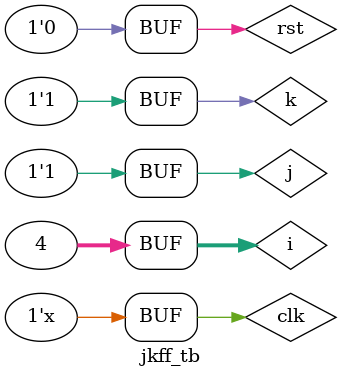
<source format=v>
module jkff(j,k,clk,rst,q,q_bar);
  input j,k,rst,clk;
  output reg q,q_bar;
  always @(posedge clk,posedge rst)
  begin
    if(rst)
      begin q=0;q_bar=1; end
    else
      begin
        case({j,k})
          2'b00: begin q=q;q_bar=q_bar; end
          2'b01: begin q=0;q_bar=1; end
          2'b10: begin q=1;q_bar=0; end
          2'b11: begin q=q_bar;q_bar=~q; end
        endcase
      end
  end
endmodule

module jkff_tb;
  reg j,k,clk,rst;
  wire q,q_bar;
  integer i;
  jkff JK(j,k,clk,rst,q,q_bar);
  
  always
  #5 clk=~clk;
  
  initial
  begin
    j=0;k=0;rst=1;clk=0;#10;
    for(i=2'b0;i<4;i=i+1)
    begin
      rst=0;
      {j,k}=i;#10;
    end
  end
endmodule
</source>
